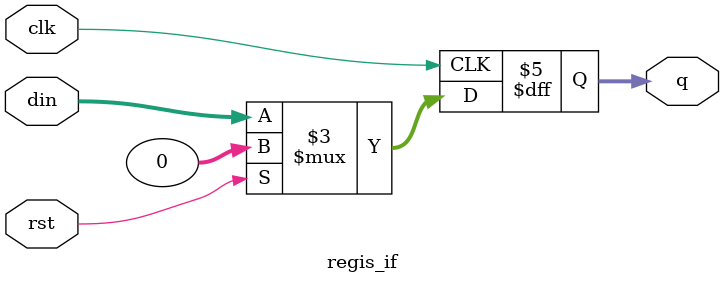
<source format=sv>
module regis_if( input logic [31:0] din, input clk, rst, output logic [31:0] q);
always_ff @(posedge clk) begin
 	if(rst) begin
		q <= 32'b0;
	end
	else begin
		q<=din;
	end
end
endmodule

</source>
